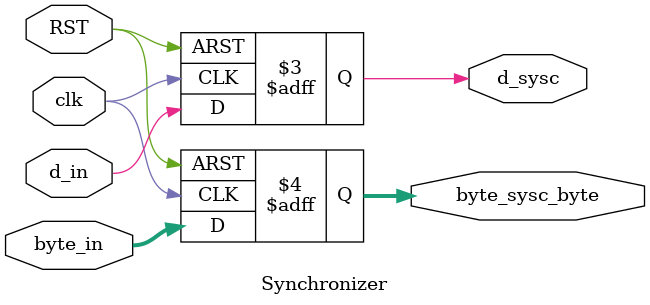
<source format=v>


////----------------------------------------------------------------------
// Notes:

module Synchronizer(d_in, byte_in, clk, RST, d_sysc, byte_sysc_byte);
	input d_in, clk, RST;
	input [7:0] byte_in;
	
	output reg d_sysc;
	output reg [7:0] byte_sysc_byte;
	 
	always@(posedge clk or negedge RST)begin
		if(!RST) begin
			byte_sysc_byte <= 0;
			d_sysc <= 0;
		end
		else begin
			byte_sysc_byte <= byte_in;
			d_sysc <= d_in;
		end
	end
endmodule

</source>
